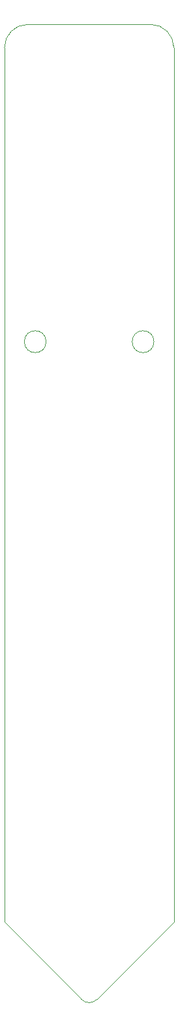
<source format=gbr>
G04 #@! TF.GenerationSoftware,KiCad,Pcbnew,(5.1.2-1)-1*
G04 #@! TF.CreationDate,2021-09-30T18:50:00+02:00*
G04 #@! TF.ProjectId,parasite,70617261-7369-4746-952e-6b696361645f,1.2.0*
G04 #@! TF.SameCoordinates,Original*
G04 #@! TF.FileFunction,Profile,NP*
%FSLAX46Y46*%
G04 Gerber Fmt 4.6, Leading zero omitted, Abs format (unit mm)*
G04 Created by KiCad (PCBNEW (5.1.2-1)-1) date 2021-09-30 18:50:00*
%MOMM*%
%LPD*%
G04 APERTURE LIST*
%ADD10C,0.050000*%
G04 APERTURE END LIST*
D10*
X79000000Y-143000000D02*
X79000000Y-30000000D01*
X57000000Y-30000000D02*
X57000000Y-143000000D01*
X60000000Y-27000000D02*
X76000000Y-27000000D01*
X68999999Y-152999999D02*
X79000000Y-143000000D01*
X67000001Y-152999999D02*
X57000000Y-143000000D01*
X68999999Y-152999999D02*
G75*
G02X67000001Y-152999999I-999999J999999D01*
G01*
X62414214Y-68000000D02*
G75*
G03X62414214Y-68000000I-1414214J0D01*
G01*
X76414214Y-68000000D02*
G75*
G03X76414214Y-68000000I-1414214J0D01*
G01*
X57000000Y-30000000D02*
G75*
G02X60000000Y-27000000I3000000J0D01*
G01*
X76000000Y-27000000D02*
G75*
G02X79000000Y-30000000I0J-3000000D01*
G01*
M02*

</source>
